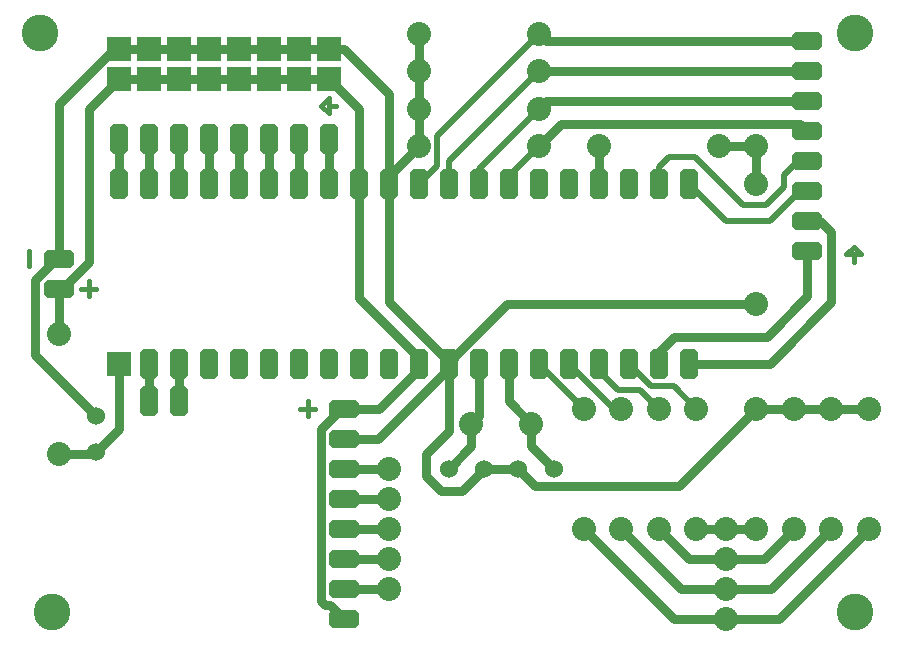
<source format=gbr>
G04 PROTEUS GERBER X2 FILE*
%TF.GenerationSoftware,Labcenter,Proteus,8.15-SP1-Build34318*%
%TF.CreationDate,2023-05-02T07:01:26+00:00*%
%TF.FileFunction,Copper,L2,Bot*%
%TF.FilePolarity,Positive*%
%TF.Part,Single*%
%TF.SameCoordinates,{219bb86b-492c-4ab0-8d1f-870129ed5977}*%
%FSLAX45Y45*%
%MOMM*%
G01*
%TA.AperFunction,Conductor*%
%ADD10C,0.762000*%
%ADD11C,0.508000*%
%AMDIL002*
4,1,8,
-0.762000,0.965200,-0.457200,1.270000,0.457200,1.270000,0.762000,0.965200,0.762000,-0.965200,
0.457200,-1.270000,-0.457200,-1.270000,-0.762000,-0.965200,-0.762000,0.965200,
0*%
%TA.AperFunction,ComponentPad*%
%ADD12DIL002*%
%ADD13C,1.524000*%
%AMDIL004*
4,1,8,
-1.270000,0.457200,-0.965200,0.762000,0.965200,0.762000,1.270000,0.457200,1.270000,-0.457200,
0.965200,-0.762000,-0.965200,-0.762000,-1.270000,-0.457200,-1.270000,0.457200,
0*%
%ADD14DIL004*%
%ADD15C,2.032000*%
%TA.AperFunction,ComponentPad*%
%ADD16R,2.032000X2.032000*%
%TA.AperFunction,OtherPad,Unknown*%
%ADD17R,2.032000X2.032000*%
%ADD18C,2.032000*%
%ADD19C,3.100000*%
%TA.AperFunction,NonConductor*%
%ADD70C,0.381000*%
%TD.AperFunction*%
D10*
X+381000Y-1624000D02*
X+571500Y-1433500D01*
X+571500Y-1243000D01*
X+681000Y-1624000D02*
X+970000Y-1624000D01*
X+1079500Y-1243000D02*
X+1079500Y-1433500D01*
X+1270000Y-1624000D01*
X-2413000Y+1170000D02*
X-2413000Y+789000D01*
X-2159000Y+789000D02*
X-2159000Y+1170000D01*
X-1905000Y+1170000D02*
X-1905000Y+789000D01*
X-1651000Y+1170000D02*
X-1651000Y+789000D01*
X-1397000Y+1170000D02*
X-1397000Y+789000D01*
X-1143000Y+1170000D02*
X-1143000Y+789000D01*
X-889000Y+1170000D02*
X-889000Y+789000D01*
X-635000Y+1170000D02*
X-635000Y+789000D01*
X-381000Y+789000D02*
X-381000Y-182601D01*
X+127000Y-690601D01*
X+127000Y-735000D01*
X-2921000Y-100000D02*
X-2921000Y-481000D01*
X-2921000Y-1497000D02*
X-2621000Y-1497000D01*
X-2603500Y-1479500D01*
X-2413000Y-1289000D01*
X-2413000Y-735000D01*
X-2159000Y-735000D02*
X-2159000Y-1052500D01*
X-1905000Y-735000D02*
X-1905000Y-1052500D01*
X-2413000Y+1932000D02*
X-2159000Y+1932000D01*
X-1905000Y+1932000D01*
X-1651000Y+1932000D01*
X-1397000Y+1932000D01*
X-1143000Y+1932000D01*
X-889000Y+1932000D01*
X-635000Y+1932000D01*
X-635000Y+1678000D02*
X-889000Y+1678000D01*
X-1143000Y+1678000D01*
X-1397000Y+1678000D01*
X-1651000Y+1678000D01*
X-1905000Y+1678000D01*
X-2159000Y+1678000D01*
X-2413000Y+1678000D01*
X-2921000Y+154000D02*
X-2939621Y+154000D01*
X-3117647Y-24026D01*
X-3117647Y-665353D01*
X-2603500Y-1179500D01*
X-2921000Y-100000D02*
X-2891492Y-100000D01*
X-2667000Y+124492D01*
X-2667000Y+1424000D01*
X-2413000Y+1678000D01*
X-2921000Y+154000D02*
X-2921000Y+1462940D01*
X-2451940Y+1932000D01*
X-2413000Y+1932000D01*
X-635000Y+1678000D02*
X-381000Y+1424000D01*
X-381000Y+789000D01*
X+635000Y-735000D02*
X+635000Y-1179500D01*
X+571500Y-1243000D01*
X+889000Y-735000D02*
X+889000Y-1052500D01*
X+1079500Y-1243000D01*
X+2730500Y-2132000D02*
X+2984500Y-2132000D01*
X+2476500Y-2132000D02*
X+2730500Y-2132000D01*
X+2730500Y-2386000D02*
X+3048000Y-2386000D01*
X+3302000Y-2132000D01*
X+2159000Y-2132000D02*
X+2413000Y-2386000D01*
X+2730500Y-2386000D01*
X+1841500Y-2132000D02*
X+2349500Y-2640000D01*
X+2730500Y-2640000D01*
X+3111500Y-2640000D01*
X+3619500Y-2132000D01*
X+1524000Y-2132000D02*
X+2286000Y-2894000D01*
X+2730500Y-2894000D01*
X+3175000Y-2894000D01*
X+3937000Y-2132000D01*
X-508000Y-2640000D02*
X-127000Y-2640000D01*
X-508000Y-2132000D02*
X-127000Y-2132000D01*
X-508000Y-1878000D02*
X-127000Y-1878000D01*
X-508000Y-1624000D02*
X-127000Y-1624000D01*
X-508000Y-1370000D02*
X-219478Y-1370000D01*
X+381000Y-769522D01*
X+381000Y-735000D01*
X+381000Y-769522D02*
X+381000Y-1306501D01*
X+190500Y-1497001D01*
X+190500Y-1687500D01*
X+317500Y-1814500D01*
X+490500Y-1814500D01*
X+681000Y-1624000D01*
X-508000Y-1116000D02*
X-205899Y-1116000D01*
X+127000Y-783101D01*
X+127000Y-735000D01*
X-508000Y-2894000D02*
X-624359Y-2777641D01*
X-666288Y-2777641D01*
X-698500Y-2745429D01*
X-698500Y-1286578D01*
X-527922Y-1116000D01*
X-508000Y-1116000D01*
X-508000Y-2386000D02*
X-127000Y-2386000D01*
X+1651000Y+789000D02*
X+1651000Y+1106500D01*
X+2984500Y-1116000D02*
X+3302000Y-1116000D01*
X+3619500Y-1116000D01*
X+3937000Y-1116000D01*
X+381000Y-735000D02*
X+381000Y-724331D01*
X-127000Y+789000D02*
X-127000Y-216331D01*
X+381000Y-724331D01*
X+2667000Y+1106500D02*
X+2984500Y+1106500D01*
X+2984500Y+789000D01*
X+127000Y+789000D02*
X+127000Y+799310D01*
X-127000Y+789000D02*
X-127000Y+852500D01*
X+127000Y+1106500D01*
X-635000Y+1932000D02*
X-507999Y+1932000D01*
X-127000Y+1551001D01*
X-127000Y+852500D01*
X+127000Y+2059000D02*
X+127000Y+1741500D01*
X+127000Y+1424000D01*
X+127000Y+1106500D01*
D11*
X+127000Y+789000D02*
X+279301Y+941301D01*
X+279301Y+1195301D01*
X+1143000Y+2059000D01*
X+381000Y+789000D02*
X+381000Y+979500D01*
X+1143000Y+1741500D01*
X+635000Y+789000D02*
X+635000Y+916000D01*
X+1143000Y+1424000D01*
X+889000Y+789000D02*
X+889000Y+852500D01*
X+1143000Y+1106500D01*
X+1143000Y-735000D02*
X+1524000Y-1116000D01*
X+1397000Y-735000D02*
X+1778000Y-1116000D01*
X+1841500Y-1116000D01*
X+1905000Y-735000D02*
X+2095500Y-925500D01*
X+2286000Y-925500D01*
X+2476500Y-1116000D01*
X+1651000Y-735000D02*
X+1651000Y-798500D01*
X+1815072Y-962572D01*
X+2005572Y-962572D01*
X+2159000Y-1116000D01*
D10*
X+2984500Y-1116000D02*
X+2330686Y-1769814D01*
X+1115814Y-1769814D01*
X+970000Y-1624000D01*
X+2984500Y-227000D02*
X+878331Y-227000D01*
X+457200Y-648131D01*
X+381000Y-735000D01*
D11*
X+2413000Y+789000D02*
X+2730500Y+471500D01*
X+3102000Y+471500D01*
X+3356000Y+725500D01*
X+3419500Y+725500D01*
D10*
X+3419500Y+1487500D02*
X+1206500Y+1487500D01*
X+1143000Y+1424000D01*
X+1143000Y+1741500D02*
X+3419500Y+1741500D01*
X+1143000Y+1106500D02*
X+1333500Y+1297000D01*
X+3356000Y+1297000D01*
X+3419500Y+1233500D01*
D11*
X+2159000Y+789000D02*
X+2159000Y+925771D01*
X+2245229Y+1012000D01*
X+2470000Y+1012000D01*
X+2870000Y+612000D01*
X+3070000Y+612000D01*
X+3220000Y+762000D01*
X+3220000Y+862000D01*
X+3337500Y+979500D01*
X+3419500Y+979500D01*
D10*
X+3419500Y+1995500D02*
X+1206500Y+1995500D01*
X+1143000Y+2059000D01*
X+2413000Y-735000D02*
X+3102000Y-735000D01*
X+3619500Y-217500D01*
X+3619500Y+381000D01*
X+3529000Y+471500D01*
X+3419500Y+471500D01*
X+3419500Y+217500D02*
X+3419500Y-163500D01*
X+3075000Y-508000D01*
X+2285999Y-508000D01*
X+2159000Y-634999D01*
X+2159000Y-735000D01*
D12*
X-2159000Y-1052500D03*
X-1905000Y-1052500D03*
D13*
X+381000Y-1624000D03*
X+681000Y-1624000D03*
X+1270000Y-1624000D03*
X+970000Y-1624000D03*
X-2603500Y-1479500D03*
X-2603500Y-1179500D03*
D14*
X-2921000Y-100000D03*
X-2921000Y+154000D03*
D15*
X-2921000Y-1497000D03*
X-2921000Y-481000D03*
D12*
X-635000Y+1170000D03*
X-889000Y+1170000D03*
X-1143000Y+1170000D03*
X-1397000Y+1170000D03*
X-1651000Y+1170000D03*
X-1905000Y+1170000D03*
X-2159000Y+1170000D03*
X-2413000Y+1170000D03*
D16*
X-2413000Y-735000D03*
D12*
X-2159000Y-735000D03*
X-1905000Y-735000D03*
X-1651000Y-735000D03*
X-1397000Y-735000D03*
X-1143000Y-735000D03*
X-889000Y-735000D03*
X-635000Y-735000D03*
X-381000Y-735000D03*
X-127000Y-735000D03*
X+127000Y-735000D03*
X+381000Y-735000D03*
X+635000Y-735000D03*
X+889000Y-735000D03*
X+1143000Y-735000D03*
X+1397000Y-735000D03*
X+1651000Y-735000D03*
X+1905000Y-735000D03*
X+2159000Y-735000D03*
X+2413000Y-735000D03*
X+2413000Y+789000D03*
X+2159000Y+789000D03*
X+1905000Y+789000D03*
X+1651000Y+789000D03*
X+1397000Y+789000D03*
X+1143000Y+789000D03*
X+889000Y+789000D03*
X+635000Y+789000D03*
X+381000Y+789000D03*
X+127000Y+789000D03*
X-127000Y+789000D03*
X-381000Y+789000D03*
X-635000Y+789000D03*
X-889000Y+789000D03*
X-1143000Y+789000D03*
X-1397000Y+789000D03*
X-1651000Y+789000D03*
X-1905000Y+789000D03*
X-2159000Y+789000D03*
X-2413000Y+789000D03*
D15*
X+571500Y-1243000D03*
X+1079500Y-1243000D03*
D17*
X-635000Y+1678000D03*
X-635000Y+1932000D03*
X-889000Y+1678000D03*
X-889000Y+1932000D03*
X-1143000Y+1678000D03*
X-1143000Y+1932000D03*
X-1397000Y+1678000D03*
X-1397000Y+1932000D03*
X-1651000Y+1678000D03*
X-1651000Y+1932000D03*
X-1905000Y+1678000D03*
X-1905000Y+1932000D03*
X-2159000Y+1678000D03*
X-2159000Y+1932000D03*
X-2413000Y+1678000D03*
X-2413000Y+1932000D03*
D15*
X+1524000Y-1116000D03*
X+1524000Y-2132000D03*
X+3937000Y-2132000D03*
X+3937000Y-1116000D03*
X+2159000Y-1116000D03*
X+2159000Y-2132000D03*
X+3302000Y-2132000D03*
X+3302000Y-1116000D03*
X+1841500Y-1116000D03*
X+1841500Y-2132000D03*
X+3619500Y-2132000D03*
X+3619500Y-1116000D03*
X+1651000Y+1106500D03*
X+2667000Y+1106500D03*
X+2984500Y+789000D03*
X+2984500Y-227000D03*
X+2476500Y-1116000D03*
X+2476500Y-2132000D03*
X+2984500Y-2132000D03*
X+2984500Y-1116000D03*
D14*
X-508000Y-1116000D03*
X-508000Y-1370000D03*
X-508000Y-1624000D03*
X-508000Y-1878000D03*
X-508000Y-2132000D03*
X-508000Y-2386000D03*
X-508000Y-2640000D03*
X-508000Y-2894000D03*
D18*
X+2730500Y-2132000D03*
X+2730500Y-2386000D03*
X+2730500Y-2640000D03*
X+2730500Y-2894000D03*
X-127000Y-2640000D03*
X-127000Y-2132000D03*
X-127000Y-1878000D03*
X-127000Y-1624000D03*
X-127000Y-2386000D03*
X+2984500Y+1106500D03*
D14*
X+3419500Y+217500D03*
X+3419500Y+471500D03*
X+3419500Y+725500D03*
X+3419500Y+979500D03*
X+3419500Y+1233500D03*
X+3419500Y+1487500D03*
X+3419500Y+1741500D03*
X+3419500Y+1995500D03*
D15*
X+1143000Y+2059000D03*
X+127000Y+2059000D03*
X+1143000Y+1741500D03*
X+127000Y+1741500D03*
X+1143000Y+1424000D03*
X+127000Y+1424000D03*
X+1143000Y+1106500D03*
X+127000Y+1106500D03*
D19*
X-3080000Y+2062000D03*
X+3820000Y-2838000D03*
X-2980000Y-2838000D03*
X+3820000Y+2062000D03*
D70*
X-2730500Y-100000D02*
X-2603500Y-100000D01*
X-2667000Y-163500D02*
X-2667000Y-36500D01*
X-3175000Y+217500D02*
X-3175000Y+90500D01*
X-876300Y-1116000D02*
X-749300Y-1116000D01*
X-812800Y-1179500D02*
X-812800Y-1052500D01*
X+3746500Y+190500D02*
X+3810000Y+254000D01*
X+3746500Y+190500D02*
X+3873500Y+190500D01*
X+3810000Y+254000D01*
X+3810000Y+190500D02*
X+3810000Y+127000D01*
X-571500Y+1447800D02*
X-635000Y+1447800D01*
X-635000Y+1511300D02*
X-698500Y+1447800D01*
X-635000Y+1384300D01*
X-635000Y+1511300D01*
M02*

</source>
